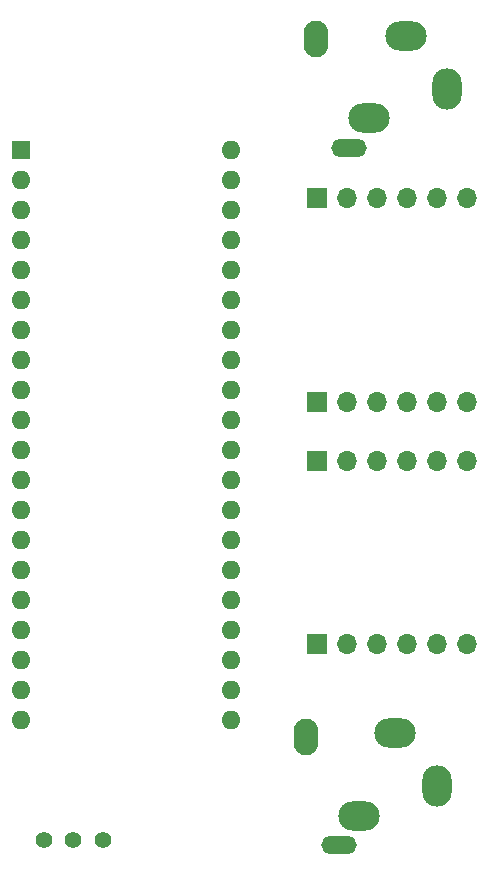
<source format=gbs>
G04 #@! TF.GenerationSoftware,KiCad,Pcbnew,8.0.8*
G04 #@! TF.CreationDate,2025-01-26T13:14:25+09:00*
G04 #@! TF.ProjectId,SyncBoard,53796e63-426f-4617-9264-2e6b69636164,rev?*
G04 #@! TF.SameCoordinates,Original*
G04 #@! TF.FileFunction,Soldermask,Bot*
G04 #@! TF.FilePolarity,Negative*
%FSLAX46Y46*%
G04 Gerber Fmt 4.6, Leading zero omitted, Abs format (unit mm)*
G04 Created by KiCad (PCBNEW 8.0.8) date 2025-01-26 13:14:25*
%MOMM*%
%LPD*%
G01*
G04 APERTURE LIST*
%ADD10R,1.700000X1.700000*%
%ADD11O,1.700000X1.700000*%
%ADD12O,1.600000X1.600000*%
%ADD13R,1.600000X1.600000*%
%ADD14C,1.400000*%
%ADD15O,2.100000X3.100000*%
%ADD16O,3.500000X2.500000*%
%ADD17O,2.500000X3.500000*%
%ADD18O,3.000000X1.500000*%
G04 APERTURE END LIST*
D10*
X111125000Y-65925000D03*
D11*
X113665000Y-65925000D03*
X116205000Y-65925000D03*
X118745000Y-65925000D03*
X121285000Y-65925000D03*
X123825000Y-65925000D03*
D10*
X111125000Y-48615000D03*
D11*
X113665000Y-48615000D03*
X116205000Y-48615000D03*
X118745000Y-48615000D03*
X121285000Y-48615000D03*
X123825000Y-48615000D03*
D10*
X111125000Y-86360000D03*
D11*
X113665000Y-86360000D03*
X116205000Y-86360000D03*
X118745000Y-86360000D03*
X121285000Y-86360000D03*
X123825000Y-86360000D03*
D10*
X111125000Y-70925000D03*
D11*
X113665000Y-70925000D03*
X116205000Y-70925000D03*
X118745000Y-70925000D03*
X121285000Y-70925000D03*
X123825000Y-70925000D03*
D12*
X103900000Y-44530000D03*
X103900000Y-47070000D03*
X103900000Y-49610000D03*
X103900000Y-52150000D03*
X103900000Y-54690000D03*
X103900000Y-57230000D03*
X103900000Y-59770000D03*
X103900000Y-62310000D03*
X103900000Y-64850000D03*
X103900000Y-67390000D03*
X103900000Y-69930000D03*
X103900000Y-72470000D03*
X103900000Y-75010000D03*
X103900000Y-77550000D03*
X103900000Y-80090000D03*
X103900000Y-82630000D03*
X103900000Y-85170000D03*
X103900000Y-87710000D03*
X103900000Y-90250000D03*
X103900000Y-92790000D03*
X86100000Y-92790000D03*
X86100000Y-90250000D03*
X86100000Y-87710000D03*
X86100000Y-85170000D03*
X86100000Y-82630000D03*
X86100000Y-80090000D03*
X86100000Y-77550000D03*
X86100000Y-75010000D03*
X86100000Y-72470000D03*
X86100000Y-69930000D03*
X86100000Y-67390000D03*
X86100000Y-64850000D03*
X86100000Y-62310000D03*
X86100000Y-59770000D03*
X86100000Y-57230000D03*
X86100000Y-54690000D03*
X86100000Y-52150000D03*
X86100000Y-49610000D03*
X86100000Y-47070000D03*
D13*
X86100000Y-44530000D03*
D14*
X93000000Y-103000000D03*
X90500000Y-103000000D03*
X88000000Y-103000000D03*
D15*
X110185000Y-94225000D03*
D16*
X117785000Y-93925000D03*
D17*
X121285000Y-98425000D03*
D16*
X114685000Y-100925000D03*
D18*
X112985000Y-103425000D03*
D15*
X111070000Y-35170000D03*
D16*
X118670000Y-34870000D03*
D17*
X122170000Y-39370000D03*
D16*
X115570000Y-41870000D03*
D18*
X113870000Y-44370000D03*
M02*

</source>
